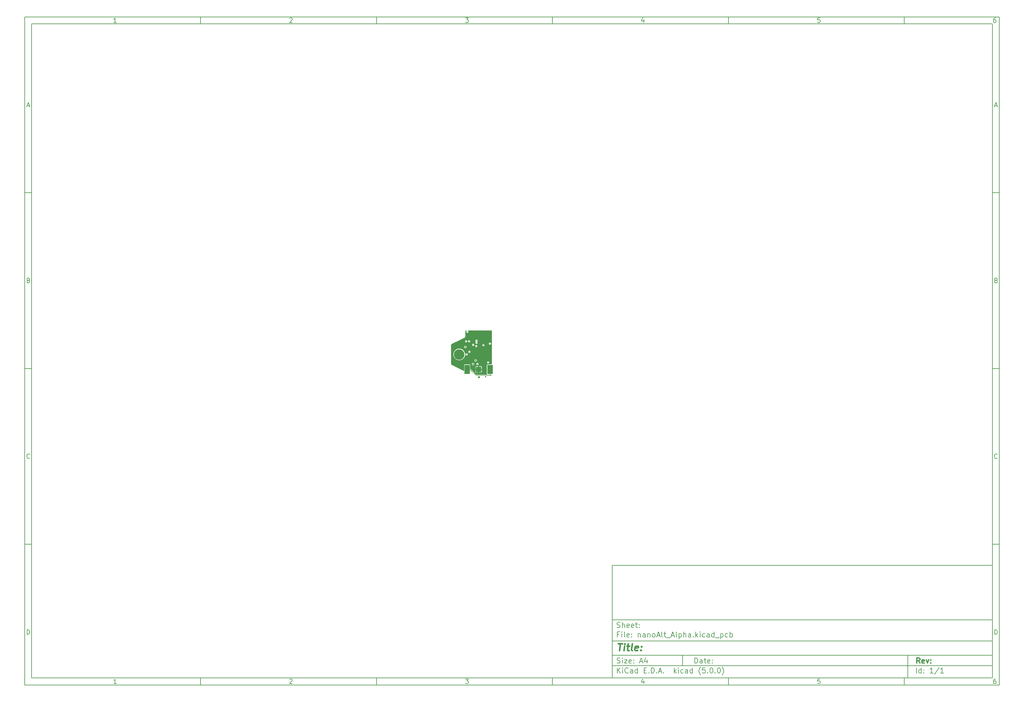
<source format=gbr>
G04 #@! TF.GenerationSoftware,KiCad,Pcbnew,(5.0.0)*
G04 #@! TF.CreationDate,2018-07-29T19:07:46+01:00*
G04 #@! TF.ProjectId,nanoAlt_Alpha,6E616E6F416C745F416C7068612E6B69,rev?*
G04 #@! TF.SameCoordinates,Original*
G04 #@! TF.FileFunction,Copper,L4,Bot,Signal*
G04 #@! TF.FilePolarity,Positive*
%FSLAX46Y46*%
G04 Gerber Fmt 4.6, Leading zero omitted, Abs format (unit mm)*
G04 Created by KiCad (PCBNEW (5.0.0)) date 07/29/18 19:07:46*
%MOMM*%
%LPD*%
G01*
G04 APERTURE LIST*
%ADD10C,0.100000*%
%ADD11C,0.150000*%
%ADD12C,0.300000*%
%ADD13C,0.400000*%
G04 #@! TA.AperFunction,ViaPad*
%ADD14C,0.600000*%
G04 #@! TD*
G04 #@! TA.AperFunction,ComponentPad*
%ADD15C,3.000000*%
G04 #@! TD*
G04 #@! TA.AperFunction,SMDPad,CuDef*
%ADD16R,1.500000X2.500000*%
G04 #@! TD*
G04 #@! TA.AperFunction,SMDPad,CuDef*
%ADD17R,1.500000X1.500000*%
G04 #@! TD*
G04 #@! TA.AperFunction,ViaPad*
%ADD18C,0.330200*%
G04 #@! TD*
G04 #@! TA.AperFunction,ViaPad*
%ADD19C,0.400000*%
G04 #@! TD*
G04 #@! TA.AperFunction,ViaPad*
%ADD20C,0.355600*%
G04 #@! TD*
G04 #@! TA.AperFunction,Conductor*
%ADD21C,0.127000*%
G04 #@! TD*
G04 APERTURE END LIST*
D10*
D11*
X177002200Y-166007200D02*
X177002200Y-198007200D01*
X285002200Y-198007200D01*
X285002200Y-166007200D01*
X177002200Y-166007200D01*
D10*
D11*
X10000000Y-10000000D02*
X10000000Y-200007200D01*
X287002200Y-200007200D01*
X287002200Y-10000000D01*
X10000000Y-10000000D01*
D10*
D11*
X12000000Y-12000000D02*
X12000000Y-198007200D01*
X285002200Y-198007200D01*
X285002200Y-12000000D01*
X12000000Y-12000000D01*
D10*
D11*
X60000000Y-12000000D02*
X60000000Y-10000000D01*
D10*
D11*
X110000000Y-12000000D02*
X110000000Y-10000000D01*
D10*
D11*
X160000000Y-12000000D02*
X160000000Y-10000000D01*
D10*
D11*
X210000000Y-12000000D02*
X210000000Y-10000000D01*
D10*
D11*
X260000000Y-12000000D02*
X260000000Y-10000000D01*
D10*
D11*
X36065476Y-11588095D02*
X35322619Y-11588095D01*
X35694047Y-11588095D02*
X35694047Y-10288095D01*
X35570238Y-10473809D01*
X35446428Y-10597619D01*
X35322619Y-10659523D01*
D10*
D11*
X85322619Y-10411904D02*
X85384523Y-10350000D01*
X85508333Y-10288095D01*
X85817857Y-10288095D01*
X85941666Y-10350000D01*
X86003571Y-10411904D01*
X86065476Y-10535714D01*
X86065476Y-10659523D01*
X86003571Y-10845238D01*
X85260714Y-11588095D01*
X86065476Y-11588095D01*
D10*
D11*
X135260714Y-10288095D02*
X136065476Y-10288095D01*
X135632142Y-10783333D01*
X135817857Y-10783333D01*
X135941666Y-10845238D01*
X136003571Y-10907142D01*
X136065476Y-11030952D01*
X136065476Y-11340476D01*
X136003571Y-11464285D01*
X135941666Y-11526190D01*
X135817857Y-11588095D01*
X135446428Y-11588095D01*
X135322619Y-11526190D01*
X135260714Y-11464285D01*
D10*
D11*
X185941666Y-10721428D02*
X185941666Y-11588095D01*
X185632142Y-10226190D02*
X185322619Y-11154761D01*
X186127380Y-11154761D01*
D10*
D11*
X236003571Y-10288095D02*
X235384523Y-10288095D01*
X235322619Y-10907142D01*
X235384523Y-10845238D01*
X235508333Y-10783333D01*
X235817857Y-10783333D01*
X235941666Y-10845238D01*
X236003571Y-10907142D01*
X236065476Y-11030952D01*
X236065476Y-11340476D01*
X236003571Y-11464285D01*
X235941666Y-11526190D01*
X235817857Y-11588095D01*
X235508333Y-11588095D01*
X235384523Y-11526190D01*
X235322619Y-11464285D01*
D10*
D11*
X285941666Y-10288095D02*
X285694047Y-10288095D01*
X285570238Y-10350000D01*
X285508333Y-10411904D01*
X285384523Y-10597619D01*
X285322619Y-10845238D01*
X285322619Y-11340476D01*
X285384523Y-11464285D01*
X285446428Y-11526190D01*
X285570238Y-11588095D01*
X285817857Y-11588095D01*
X285941666Y-11526190D01*
X286003571Y-11464285D01*
X286065476Y-11340476D01*
X286065476Y-11030952D01*
X286003571Y-10907142D01*
X285941666Y-10845238D01*
X285817857Y-10783333D01*
X285570238Y-10783333D01*
X285446428Y-10845238D01*
X285384523Y-10907142D01*
X285322619Y-11030952D01*
D10*
D11*
X60000000Y-198007200D02*
X60000000Y-200007200D01*
D10*
D11*
X110000000Y-198007200D02*
X110000000Y-200007200D01*
D10*
D11*
X160000000Y-198007200D02*
X160000000Y-200007200D01*
D10*
D11*
X210000000Y-198007200D02*
X210000000Y-200007200D01*
D10*
D11*
X260000000Y-198007200D02*
X260000000Y-200007200D01*
D10*
D11*
X36065476Y-199595295D02*
X35322619Y-199595295D01*
X35694047Y-199595295D02*
X35694047Y-198295295D01*
X35570238Y-198481009D01*
X35446428Y-198604819D01*
X35322619Y-198666723D01*
D10*
D11*
X85322619Y-198419104D02*
X85384523Y-198357200D01*
X85508333Y-198295295D01*
X85817857Y-198295295D01*
X85941666Y-198357200D01*
X86003571Y-198419104D01*
X86065476Y-198542914D01*
X86065476Y-198666723D01*
X86003571Y-198852438D01*
X85260714Y-199595295D01*
X86065476Y-199595295D01*
D10*
D11*
X135260714Y-198295295D02*
X136065476Y-198295295D01*
X135632142Y-198790533D01*
X135817857Y-198790533D01*
X135941666Y-198852438D01*
X136003571Y-198914342D01*
X136065476Y-199038152D01*
X136065476Y-199347676D01*
X136003571Y-199471485D01*
X135941666Y-199533390D01*
X135817857Y-199595295D01*
X135446428Y-199595295D01*
X135322619Y-199533390D01*
X135260714Y-199471485D01*
D10*
D11*
X185941666Y-198728628D02*
X185941666Y-199595295D01*
X185632142Y-198233390D02*
X185322619Y-199161961D01*
X186127380Y-199161961D01*
D10*
D11*
X236003571Y-198295295D02*
X235384523Y-198295295D01*
X235322619Y-198914342D01*
X235384523Y-198852438D01*
X235508333Y-198790533D01*
X235817857Y-198790533D01*
X235941666Y-198852438D01*
X236003571Y-198914342D01*
X236065476Y-199038152D01*
X236065476Y-199347676D01*
X236003571Y-199471485D01*
X235941666Y-199533390D01*
X235817857Y-199595295D01*
X235508333Y-199595295D01*
X235384523Y-199533390D01*
X235322619Y-199471485D01*
D10*
D11*
X285941666Y-198295295D02*
X285694047Y-198295295D01*
X285570238Y-198357200D01*
X285508333Y-198419104D01*
X285384523Y-198604819D01*
X285322619Y-198852438D01*
X285322619Y-199347676D01*
X285384523Y-199471485D01*
X285446428Y-199533390D01*
X285570238Y-199595295D01*
X285817857Y-199595295D01*
X285941666Y-199533390D01*
X286003571Y-199471485D01*
X286065476Y-199347676D01*
X286065476Y-199038152D01*
X286003571Y-198914342D01*
X285941666Y-198852438D01*
X285817857Y-198790533D01*
X285570238Y-198790533D01*
X285446428Y-198852438D01*
X285384523Y-198914342D01*
X285322619Y-199038152D01*
D10*
D11*
X10000000Y-60000000D02*
X12000000Y-60000000D01*
D10*
D11*
X10000000Y-110000000D02*
X12000000Y-110000000D01*
D10*
D11*
X10000000Y-160000000D02*
X12000000Y-160000000D01*
D10*
D11*
X10690476Y-35216666D02*
X11309523Y-35216666D01*
X10566666Y-35588095D02*
X11000000Y-34288095D01*
X11433333Y-35588095D01*
D10*
D11*
X11092857Y-84907142D02*
X11278571Y-84969047D01*
X11340476Y-85030952D01*
X11402380Y-85154761D01*
X11402380Y-85340476D01*
X11340476Y-85464285D01*
X11278571Y-85526190D01*
X11154761Y-85588095D01*
X10659523Y-85588095D01*
X10659523Y-84288095D01*
X11092857Y-84288095D01*
X11216666Y-84350000D01*
X11278571Y-84411904D01*
X11340476Y-84535714D01*
X11340476Y-84659523D01*
X11278571Y-84783333D01*
X11216666Y-84845238D01*
X11092857Y-84907142D01*
X10659523Y-84907142D01*
D10*
D11*
X11402380Y-135464285D02*
X11340476Y-135526190D01*
X11154761Y-135588095D01*
X11030952Y-135588095D01*
X10845238Y-135526190D01*
X10721428Y-135402380D01*
X10659523Y-135278571D01*
X10597619Y-135030952D01*
X10597619Y-134845238D01*
X10659523Y-134597619D01*
X10721428Y-134473809D01*
X10845238Y-134350000D01*
X11030952Y-134288095D01*
X11154761Y-134288095D01*
X11340476Y-134350000D01*
X11402380Y-134411904D01*
D10*
D11*
X10659523Y-185588095D02*
X10659523Y-184288095D01*
X10969047Y-184288095D01*
X11154761Y-184350000D01*
X11278571Y-184473809D01*
X11340476Y-184597619D01*
X11402380Y-184845238D01*
X11402380Y-185030952D01*
X11340476Y-185278571D01*
X11278571Y-185402380D01*
X11154761Y-185526190D01*
X10969047Y-185588095D01*
X10659523Y-185588095D01*
D10*
D11*
X287002200Y-60000000D02*
X285002200Y-60000000D01*
D10*
D11*
X287002200Y-110000000D02*
X285002200Y-110000000D01*
D10*
D11*
X287002200Y-160000000D02*
X285002200Y-160000000D01*
D10*
D11*
X285692676Y-35216666D02*
X286311723Y-35216666D01*
X285568866Y-35588095D02*
X286002200Y-34288095D01*
X286435533Y-35588095D01*
D10*
D11*
X286095057Y-84907142D02*
X286280771Y-84969047D01*
X286342676Y-85030952D01*
X286404580Y-85154761D01*
X286404580Y-85340476D01*
X286342676Y-85464285D01*
X286280771Y-85526190D01*
X286156961Y-85588095D01*
X285661723Y-85588095D01*
X285661723Y-84288095D01*
X286095057Y-84288095D01*
X286218866Y-84350000D01*
X286280771Y-84411904D01*
X286342676Y-84535714D01*
X286342676Y-84659523D01*
X286280771Y-84783333D01*
X286218866Y-84845238D01*
X286095057Y-84907142D01*
X285661723Y-84907142D01*
D10*
D11*
X286404580Y-135464285D02*
X286342676Y-135526190D01*
X286156961Y-135588095D01*
X286033152Y-135588095D01*
X285847438Y-135526190D01*
X285723628Y-135402380D01*
X285661723Y-135278571D01*
X285599819Y-135030952D01*
X285599819Y-134845238D01*
X285661723Y-134597619D01*
X285723628Y-134473809D01*
X285847438Y-134350000D01*
X286033152Y-134288095D01*
X286156961Y-134288095D01*
X286342676Y-134350000D01*
X286404580Y-134411904D01*
D10*
D11*
X285661723Y-185588095D02*
X285661723Y-184288095D01*
X285971247Y-184288095D01*
X286156961Y-184350000D01*
X286280771Y-184473809D01*
X286342676Y-184597619D01*
X286404580Y-184845238D01*
X286404580Y-185030952D01*
X286342676Y-185278571D01*
X286280771Y-185402380D01*
X286156961Y-185526190D01*
X285971247Y-185588095D01*
X285661723Y-185588095D01*
D10*
D11*
X200434342Y-193785771D02*
X200434342Y-192285771D01*
X200791485Y-192285771D01*
X201005771Y-192357200D01*
X201148628Y-192500057D01*
X201220057Y-192642914D01*
X201291485Y-192928628D01*
X201291485Y-193142914D01*
X201220057Y-193428628D01*
X201148628Y-193571485D01*
X201005771Y-193714342D01*
X200791485Y-193785771D01*
X200434342Y-193785771D01*
X202577200Y-193785771D02*
X202577200Y-193000057D01*
X202505771Y-192857200D01*
X202362914Y-192785771D01*
X202077200Y-192785771D01*
X201934342Y-192857200D01*
X202577200Y-193714342D02*
X202434342Y-193785771D01*
X202077200Y-193785771D01*
X201934342Y-193714342D01*
X201862914Y-193571485D01*
X201862914Y-193428628D01*
X201934342Y-193285771D01*
X202077200Y-193214342D01*
X202434342Y-193214342D01*
X202577200Y-193142914D01*
X203077200Y-192785771D02*
X203648628Y-192785771D01*
X203291485Y-192285771D02*
X203291485Y-193571485D01*
X203362914Y-193714342D01*
X203505771Y-193785771D01*
X203648628Y-193785771D01*
X204720057Y-193714342D02*
X204577200Y-193785771D01*
X204291485Y-193785771D01*
X204148628Y-193714342D01*
X204077200Y-193571485D01*
X204077200Y-193000057D01*
X204148628Y-192857200D01*
X204291485Y-192785771D01*
X204577200Y-192785771D01*
X204720057Y-192857200D01*
X204791485Y-193000057D01*
X204791485Y-193142914D01*
X204077200Y-193285771D01*
X205434342Y-193642914D02*
X205505771Y-193714342D01*
X205434342Y-193785771D01*
X205362914Y-193714342D01*
X205434342Y-193642914D01*
X205434342Y-193785771D01*
X205434342Y-192857200D02*
X205505771Y-192928628D01*
X205434342Y-193000057D01*
X205362914Y-192928628D01*
X205434342Y-192857200D01*
X205434342Y-193000057D01*
D10*
D11*
X177002200Y-194507200D02*
X285002200Y-194507200D01*
D10*
D11*
X178434342Y-196585771D02*
X178434342Y-195085771D01*
X179291485Y-196585771D02*
X178648628Y-195728628D01*
X179291485Y-195085771D02*
X178434342Y-195942914D01*
X179934342Y-196585771D02*
X179934342Y-195585771D01*
X179934342Y-195085771D02*
X179862914Y-195157200D01*
X179934342Y-195228628D01*
X180005771Y-195157200D01*
X179934342Y-195085771D01*
X179934342Y-195228628D01*
X181505771Y-196442914D02*
X181434342Y-196514342D01*
X181220057Y-196585771D01*
X181077200Y-196585771D01*
X180862914Y-196514342D01*
X180720057Y-196371485D01*
X180648628Y-196228628D01*
X180577200Y-195942914D01*
X180577200Y-195728628D01*
X180648628Y-195442914D01*
X180720057Y-195300057D01*
X180862914Y-195157200D01*
X181077200Y-195085771D01*
X181220057Y-195085771D01*
X181434342Y-195157200D01*
X181505771Y-195228628D01*
X182791485Y-196585771D02*
X182791485Y-195800057D01*
X182720057Y-195657200D01*
X182577200Y-195585771D01*
X182291485Y-195585771D01*
X182148628Y-195657200D01*
X182791485Y-196514342D02*
X182648628Y-196585771D01*
X182291485Y-196585771D01*
X182148628Y-196514342D01*
X182077200Y-196371485D01*
X182077200Y-196228628D01*
X182148628Y-196085771D01*
X182291485Y-196014342D01*
X182648628Y-196014342D01*
X182791485Y-195942914D01*
X184148628Y-196585771D02*
X184148628Y-195085771D01*
X184148628Y-196514342D02*
X184005771Y-196585771D01*
X183720057Y-196585771D01*
X183577200Y-196514342D01*
X183505771Y-196442914D01*
X183434342Y-196300057D01*
X183434342Y-195871485D01*
X183505771Y-195728628D01*
X183577200Y-195657200D01*
X183720057Y-195585771D01*
X184005771Y-195585771D01*
X184148628Y-195657200D01*
X186005771Y-195800057D02*
X186505771Y-195800057D01*
X186720057Y-196585771D02*
X186005771Y-196585771D01*
X186005771Y-195085771D01*
X186720057Y-195085771D01*
X187362914Y-196442914D02*
X187434342Y-196514342D01*
X187362914Y-196585771D01*
X187291485Y-196514342D01*
X187362914Y-196442914D01*
X187362914Y-196585771D01*
X188077200Y-196585771D02*
X188077200Y-195085771D01*
X188434342Y-195085771D01*
X188648628Y-195157200D01*
X188791485Y-195300057D01*
X188862914Y-195442914D01*
X188934342Y-195728628D01*
X188934342Y-195942914D01*
X188862914Y-196228628D01*
X188791485Y-196371485D01*
X188648628Y-196514342D01*
X188434342Y-196585771D01*
X188077200Y-196585771D01*
X189577200Y-196442914D02*
X189648628Y-196514342D01*
X189577200Y-196585771D01*
X189505771Y-196514342D01*
X189577200Y-196442914D01*
X189577200Y-196585771D01*
X190220057Y-196157200D02*
X190934342Y-196157200D01*
X190077200Y-196585771D02*
X190577200Y-195085771D01*
X191077200Y-196585771D01*
X191577200Y-196442914D02*
X191648628Y-196514342D01*
X191577200Y-196585771D01*
X191505771Y-196514342D01*
X191577200Y-196442914D01*
X191577200Y-196585771D01*
X194577200Y-196585771D02*
X194577200Y-195085771D01*
X194720057Y-196014342D02*
X195148628Y-196585771D01*
X195148628Y-195585771D02*
X194577200Y-196157200D01*
X195791485Y-196585771D02*
X195791485Y-195585771D01*
X195791485Y-195085771D02*
X195720057Y-195157200D01*
X195791485Y-195228628D01*
X195862914Y-195157200D01*
X195791485Y-195085771D01*
X195791485Y-195228628D01*
X197148628Y-196514342D02*
X197005771Y-196585771D01*
X196720057Y-196585771D01*
X196577200Y-196514342D01*
X196505771Y-196442914D01*
X196434342Y-196300057D01*
X196434342Y-195871485D01*
X196505771Y-195728628D01*
X196577200Y-195657200D01*
X196720057Y-195585771D01*
X197005771Y-195585771D01*
X197148628Y-195657200D01*
X198434342Y-196585771D02*
X198434342Y-195800057D01*
X198362914Y-195657200D01*
X198220057Y-195585771D01*
X197934342Y-195585771D01*
X197791485Y-195657200D01*
X198434342Y-196514342D02*
X198291485Y-196585771D01*
X197934342Y-196585771D01*
X197791485Y-196514342D01*
X197720057Y-196371485D01*
X197720057Y-196228628D01*
X197791485Y-196085771D01*
X197934342Y-196014342D01*
X198291485Y-196014342D01*
X198434342Y-195942914D01*
X199791485Y-196585771D02*
X199791485Y-195085771D01*
X199791485Y-196514342D02*
X199648628Y-196585771D01*
X199362914Y-196585771D01*
X199220057Y-196514342D01*
X199148628Y-196442914D01*
X199077200Y-196300057D01*
X199077200Y-195871485D01*
X199148628Y-195728628D01*
X199220057Y-195657200D01*
X199362914Y-195585771D01*
X199648628Y-195585771D01*
X199791485Y-195657200D01*
X202077200Y-197157200D02*
X202005771Y-197085771D01*
X201862914Y-196871485D01*
X201791485Y-196728628D01*
X201720057Y-196514342D01*
X201648628Y-196157200D01*
X201648628Y-195871485D01*
X201720057Y-195514342D01*
X201791485Y-195300057D01*
X201862914Y-195157200D01*
X202005771Y-194942914D01*
X202077200Y-194871485D01*
X203362914Y-195085771D02*
X202648628Y-195085771D01*
X202577200Y-195800057D01*
X202648628Y-195728628D01*
X202791485Y-195657200D01*
X203148628Y-195657200D01*
X203291485Y-195728628D01*
X203362914Y-195800057D01*
X203434342Y-195942914D01*
X203434342Y-196300057D01*
X203362914Y-196442914D01*
X203291485Y-196514342D01*
X203148628Y-196585771D01*
X202791485Y-196585771D01*
X202648628Y-196514342D01*
X202577200Y-196442914D01*
X204077200Y-196442914D02*
X204148628Y-196514342D01*
X204077200Y-196585771D01*
X204005771Y-196514342D01*
X204077200Y-196442914D01*
X204077200Y-196585771D01*
X205077200Y-195085771D02*
X205220057Y-195085771D01*
X205362914Y-195157200D01*
X205434342Y-195228628D01*
X205505771Y-195371485D01*
X205577200Y-195657200D01*
X205577200Y-196014342D01*
X205505771Y-196300057D01*
X205434342Y-196442914D01*
X205362914Y-196514342D01*
X205220057Y-196585771D01*
X205077200Y-196585771D01*
X204934342Y-196514342D01*
X204862914Y-196442914D01*
X204791485Y-196300057D01*
X204720057Y-196014342D01*
X204720057Y-195657200D01*
X204791485Y-195371485D01*
X204862914Y-195228628D01*
X204934342Y-195157200D01*
X205077200Y-195085771D01*
X206220057Y-196442914D02*
X206291485Y-196514342D01*
X206220057Y-196585771D01*
X206148628Y-196514342D01*
X206220057Y-196442914D01*
X206220057Y-196585771D01*
X207220057Y-195085771D02*
X207362914Y-195085771D01*
X207505771Y-195157200D01*
X207577200Y-195228628D01*
X207648628Y-195371485D01*
X207720057Y-195657200D01*
X207720057Y-196014342D01*
X207648628Y-196300057D01*
X207577200Y-196442914D01*
X207505771Y-196514342D01*
X207362914Y-196585771D01*
X207220057Y-196585771D01*
X207077200Y-196514342D01*
X207005771Y-196442914D01*
X206934342Y-196300057D01*
X206862914Y-196014342D01*
X206862914Y-195657200D01*
X206934342Y-195371485D01*
X207005771Y-195228628D01*
X207077200Y-195157200D01*
X207220057Y-195085771D01*
X208220057Y-197157200D02*
X208291485Y-197085771D01*
X208434342Y-196871485D01*
X208505771Y-196728628D01*
X208577200Y-196514342D01*
X208648628Y-196157200D01*
X208648628Y-195871485D01*
X208577200Y-195514342D01*
X208505771Y-195300057D01*
X208434342Y-195157200D01*
X208291485Y-194942914D01*
X208220057Y-194871485D01*
D10*
D11*
X177002200Y-191507200D02*
X285002200Y-191507200D01*
D10*
D12*
X264411485Y-193785771D02*
X263911485Y-193071485D01*
X263554342Y-193785771D02*
X263554342Y-192285771D01*
X264125771Y-192285771D01*
X264268628Y-192357200D01*
X264340057Y-192428628D01*
X264411485Y-192571485D01*
X264411485Y-192785771D01*
X264340057Y-192928628D01*
X264268628Y-193000057D01*
X264125771Y-193071485D01*
X263554342Y-193071485D01*
X265625771Y-193714342D02*
X265482914Y-193785771D01*
X265197200Y-193785771D01*
X265054342Y-193714342D01*
X264982914Y-193571485D01*
X264982914Y-193000057D01*
X265054342Y-192857200D01*
X265197200Y-192785771D01*
X265482914Y-192785771D01*
X265625771Y-192857200D01*
X265697200Y-193000057D01*
X265697200Y-193142914D01*
X264982914Y-193285771D01*
X266197200Y-192785771D02*
X266554342Y-193785771D01*
X266911485Y-192785771D01*
X267482914Y-193642914D02*
X267554342Y-193714342D01*
X267482914Y-193785771D01*
X267411485Y-193714342D01*
X267482914Y-193642914D01*
X267482914Y-193785771D01*
X267482914Y-192857200D02*
X267554342Y-192928628D01*
X267482914Y-193000057D01*
X267411485Y-192928628D01*
X267482914Y-192857200D01*
X267482914Y-193000057D01*
D10*
D11*
X178362914Y-193714342D02*
X178577200Y-193785771D01*
X178934342Y-193785771D01*
X179077200Y-193714342D01*
X179148628Y-193642914D01*
X179220057Y-193500057D01*
X179220057Y-193357200D01*
X179148628Y-193214342D01*
X179077200Y-193142914D01*
X178934342Y-193071485D01*
X178648628Y-193000057D01*
X178505771Y-192928628D01*
X178434342Y-192857200D01*
X178362914Y-192714342D01*
X178362914Y-192571485D01*
X178434342Y-192428628D01*
X178505771Y-192357200D01*
X178648628Y-192285771D01*
X179005771Y-192285771D01*
X179220057Y-192357200D01*
X179862914Y-193785771D02*
X179862914Y-192785771D01*
X179862914Y-192285771D02*
X179791485Y-192357200D01*
X179862914Y-192428628D01*
X179934342Y-192357200D01*
X179862914Y-192285771D01*
X179862914Y-192428628D01*
X180434342Y-192785771D02*
X181220057Y-192785771D01*
X180434342Y-193785771D01*
X181220057Y-193785771D01*
X182362914Y-193714342D02*
X182220057Y-193785771D01*
X181934342Y-193785771D01*
X181791485Y-193714342D01*
X181720057Y-193571485D01*
X181720057Y-193000057D01*
X181791485Y-192857200D01*
X181934342Y-192785771D01*
X182220057Y-192785771D01*
X182362914Y-192857200D01*
X182434342Y-193000057D01*
X182434342Y-193142914D01*
X181720057Y-193285771D01*
X183077200Y-193642914D02*
X183148628Y-193714342D01*
X183077200Y-193785771D01*
X183005771Y-193714342D01*
X183077200Y-193642914D01*
X183077200Y-193785771D01*
X183077200Y-192857200D02*
X183148628Y-192928628D01*
X183077200Y-193000057D01*
X183005771Y-192928628D01*
X183077200Y-192857200D01*
X183077200Y-193000057D01*
X184862914Y-193357200D02*
X185577200Y-193357200D01*
X184720057Y-193785771D02*
X185220057Y-192285771D01*
X185720057Y-193785771D01*
X186862914Y-192785771D02*
X186862914Y-193785771D01*
X186505771Y-192214342D02*
X186148628Y-193285771D01*
X187077200Y-193285771D01*
D10*
D11*
X263434342Y-196585771D02*
X263434342Y-195085771D01*
X264791485Y-196585771D02*
X264791485Y-195085771D01*
X264791485Y-196514342D02*
X264648628Y-196585771D01*
X264362914Y-196585771D01*
X264220057Y-196514342D01*
X264148628Y-196442914D01*
X264077200Y-196300057D01*
X264077200Y-195871485D01*
X264148628Y-195728628D01*
X264220057Y-195657200D01*
X264362914Y-195585771D01*
X264648628Y-195585771D01*
X264791485Y-195657200D01*
X265505771Y-196442914D02*
X265577200Y-196514342D01*
X265505771Y-196585771D01*
X265434342Y-196514342D01*
X265505771Y-196442914D01*
X265505771Y-196585771D01*
X265505771Y-195657200D02*
X265577200Y-195728628D01*
X265505771Y-195800057D01*
X265434342Y-195728628D01*
X265505771Y-195657200D01*
X265505771Y-195800057D01*
X268148628Y-196585771D02*
X267291485Y-196585771D01*
X267720057Y-196585771D02*
X267720057Y-195085771D01*
X267577200Y-195300057D01*
X267434342Y-195442914D01*
X267291485Y-195514342D01*
X269862914Y-195014342D02*
X268577200Y-196942914D01*
X271148628Y-196585771D02*
X270291485Y-196585771D01*
X270720057Y-196585771D02*
X270720057Y-195085771D01*
X270577200Y-195300057D01*
X270434342Y-195442914D01*
X270291485Y-195514342D01*
D10*
D11*
X177002200Y-187507200D02*
X285002200Y-187507200D01*
D10*
D13*
X178714580Y-188211961D02*
X179857438Y-188211961D01*
X179036009Y-190211961D02*
X179286009Y-188211961D01*
X180274104Y-190211961D02*
X180440771Y-188878628D01*
X180524104Y-188211961D02*
X180416961Y-188307200D01*
X180500295Y-188402438D01*
X180607438Y-188307200D01*
X180524104Y-188211961D01*
X180500295Y-188402438D01*
X181107438Y-188878628D02*
X181869342Y-188878628D01*
X181476485Y-188211961D02*
X181262200Y-189926247D01*
X181333628Y-190116723D01*
X181512200Y-190211961D01*
X181702676Y-190211961D01*
X182655057Y-190211961D02*
X182476485Y-190116723D01*
X182405057Y-189926247D01*
X182619342Y-188211961D01*
X184190771Y-190116723D02*
X183988390Y-190211961D01*
X183607438Y-190211961D01*
X183428866Y-190116723D01*
X183357438Y-189926247D01*
X183452676Y-189164342D01*
X183571723Y-188973866D01*
X183774104Y-188878628D01*
X184155057Y-188878628D01*
X184333628Y-188973866D01*
X184405057Y-189164342D01*
X184381247Y-189354819D01*
X183405057Y-189545295D01*
X185155057Y-190021485D02*
X185238390Y-190116723D01*
X185131247Y-190211961D01*
X185047914Y-190116723D01*
X185155057Y-190021485D01*
X185131247Y-190211961D01*
X185286009Y-188973866D02*
X185369342Y-189069104D01*
X185262200Y-189164342D01*
X185178866Y-189069104D01*
X185286009Y-188973866D01*
X185262200Y-189164342D01*
D10*
D11*
X178934342Y-185600057D02*
X178434342Y-185600057D01*
X178434342Y-186385771D02*
X178434342Y-184885771D01*
X179148628Y-184885771D01*
X179720057Y-186385771D02*
X179720057Y-185385771D01*
X179720057Y-184885771D02*
X179648628Y-184957200D01*
X179720057Y-185028628D01*
X179791485Y-184957200D01*
X179720057Y-184885771D01*
X179720057Y-185028628D01*
X180648628Y-186385771D02*
X180505771Y-186314342D01*
X180434342Y-186171485D01*
X180434342Y-184885771D01*
X181791485Y-186314342D02*
X181648628Y-186385771D01*
X181362914Y-186385771D01*
X181220057Y-186314342D01*
X181148628Y-186171485D01*
X181148628Y-185600057D01*
X181220057Y-185457200D01*
X181362914Y-185385771D01*
X181648628Y-185385771D01*
X181791485Y-185457200D01*
X181862914Y-185600057D01*
X181862914Y-185742914D01*
X181148628Y-185885771D01*
X182505771Y-186242914D02*
X182577200Y-186314342D01*
X182505771Y-186385771D01*
X182434342Y-186314342D01*
X182505771Y-186242914D01*
X182505771Y-186385771D01*
X182505771Y-185457200D02*
X182577200Y-185528628D01*
X182505771Y-185600057D01*
X182434342Y-185528628D01*
X182505771Y-185457200D01*
X182505771Y-185600057D01*
X184362914Y-185385771D02*
X184362914Y-186385771D01*
X184362914Y-185528628D02*
X184434342Y-185457200D01*
X184577200Y-185385771D01*
X184791485Y-185385771D01*
X184934342Y-185457200D01*
X185005771Y-185600057D01*
X185005771Y-186385771D01*
X186362914Y-186385771D02*
X186362914Y-185600057D01*
X186291485Y-185457200D01*
X186148628Y-185385771D01*
X185862914Y-185385771D01*
X185720057Y-185457200D01*
X186362914Y-186314342D02*
X186220057Y-186385771D01*
X185862914Y-186385771D01*
X185720057Y-186314342D01*
X185648628Y-186171485D01*
X185648628Y-186028628D01*
X185720057Y-185885771D01*
X185862914Y-185814342D01*
X186220057Y-185814342D01*
X186362914Y-185742914D01*
X187077200Y-185385771D02*
X187077200Y-186385771D01*
X187077200Y-185528628D02*
X187148628Y-185457200D01*
X187291485Y-185385771D01*
X187505771Y-185385771D01*
X187648628Y-185457200D01*
X187720057Y-185600057D01*
X187720057Y-186385771D01*
X188648628Y-186385771D02*
X188505771Y-186314342D01*
X188434342Y-186242914D01*
X188362914Y-186100057D01*
X188362914Y-185671485D01*
X188434342Y-185528628D01*
X188505771Y-185457200D01*
X188648628Y-185385771D01*
X188862914Y-185385771D01*
X189005771Y-185457200D01*
X189077200Y-185528628D01*
X189148628Y-185671485D01*
X189148628Y-186100057D01*
X189077200Y-186242914D01*
X189005771Y-186314342D01*
X188862914Y-186385771D01*
X188648628Y-186385771D01*
X189720057Y-185957200D02*
X190434342Y-185957200D01*
X189577200Y-186385771D02*
X190077200Y-184885771D01*
X190577200Y-186385771D01*
X191291485Y-186385771D02*
X191148628Y-186314342D01*
X191077200Y-186171485D01*
X191077200Y-184885771D01*
X191648628Y-185385771D02*
X192220057Y-185385771D01*
X191862914Y-184885771D02*
X191862914Y-186171485D01*
X191934342Y-186314342D01*
X192077200Y-186385771D01*
X192220057Y-186385771D01*
X192362914Y-186528628D02*
X193505771Y-186528628D01*
X193791485Y-185957200D02*
X194505771Y-185957200D01*
X193648628Y-186385771D02*
X194148628Y-184885771D01*
X194648628Y-186385771D01*
X195362914Y-186385771D02*
X195220057Y-186314342D01*
X195148628Y-186171485D01*
X195148628Y-184885771D01*
X195934342Y-185385771D02*
X195934342Y-186885771D01*
X195934342Y-185457200D02*
X196077200Y-185385771D01*
X196362914Y-185385771D01*
X196505771Y-185457200D01*
X196577200Y-185528628D01*
X196648628Y-185671485D01*
X196648628Y-186100057D01*
X196577200Y-186242914D01*
X196505771Y-186314342D01*
X196362914Y-186385771D01*
X196077200Y-186385771D01*
X195934342Y-186314342D01*
X197291485Y-186385771D02*
X197291485Y-184885771D01*
X197934342Y-186385771D02*
X197934342Y-185600057D01*
X197862914Y-185457200D01*
X197720057Y-185385771D01*
X197505771Y-185385771D01*
X197362914Y-185457200D01*
X197291485Y-185528628D01*
X199291485Y-186385771D02*
X199291485Y-185600057D01*
X199220057Y-185457200D01*
X199077200Y-185385771D01*
X198791485Y-185385771D01*
X198648628Y-185457200D01*
X199291485Y-186314342D02*
X199148628Y-186385771D01*
X198791485Y-186385771D01*
X198648628Y-186314342D01*
X198577200Y-186171485D01*
X198577200Y-186028628D01*
X198648628Y-185885771D01*
X198791485Y-185814342D01*
X199148628Y-185814342D01*
X199291485Y-185742914D01*
X200005771Y-186242914D02*
X200077200Y-186314342D01*
X200005771Y-186385771D01*
X199934342Y-186314342D01*
X200005771Y-186242914D01*
X200005771Y-186385771D01*
X200720057Y-186385771D02*
X200720057Y-184885771D01*
X200862914Y-185814342D02*
X201291485Y-186385771D01*
X201291485Y-185385771D02*
X200720057Y-185957200D01*
X201934342Y-186385771D02*
X201934342Y-185385771D01*
X201934342Y-184885771D02*
X201862914Y-184957200D01*
X201934342Y-185028628D01*
X202005771Y-184957200D01*
X201934342Y-184885771D01*
X201934342Y-185028628D01*
X203291485Y-186314342D02*
X203148628Y-186385771D01*
X202862914Y-186385771D01*
X202720057Y-186314342D01*
X202648628Y-186242914D01*
X202577200Y-186100057D01*
X202577200Y-185671485D01*
X202648628Y-185528628D01*
X202720057Y-185457200D01*
X202862914Y-185385771D01*
X203148628Y-185385771D01*
X203291485Y-185457200D01*
X204577200Y-186385771D02*
X204577200Y-185600057D01*
X204505771Y-185457200D01*
X204362914Y-185385771D01*
X204077200Y-185385771D01*
X203934342Y-185457200D01*
X204577200Y-186314342D02*
X204434342Y-186385771D01*
X204077200Y-186385771D01*
X203934342Y-186314342D01*
X203862914Y-186171485D01*
X203862914Y-186028628D01*
X203934342Y-185885771D01*
X204077200Y-185814342D01*
X204434342Y-185814342D01*
X204577200Y-185742914D01*
X205934342Y-186385771D02*
X205934342Y-184885771D01*
X205934342Y-186314342D02*
X205791485Y-186385771D01*
X205505771Y-186385771D01*
X205362914Y-186314342D01*
X205291485Y-186242914D01*
X205220057Y-186100057D01*
X205220057Y-185671485D01*
X205291485Y-185528628D01*
X205362914Y-185457200D01*
X205505771Y-185385771D01*
X205791485Y-185385771D01*
X205934342Y-185457200D01*
X206291485Y-186528628D02*
X207434342Y-186528628D01*
X207791485Y-185385771D02*
X207791485Y-186885771D01*
X207791485Y-185457200D02*
X207934342Y-185385771D01*
X208220057Y-185385771D01*
X208362914Y-185457200D01*
X208434342Y-185528628D01*
X208505771Y-185671485D01*
X208505771Y-186100057D01*
X208434342Y-186242914D01*
X208362914Y-186314342D01*
X208220057Y-186385771D01*
X207934342Y-186385771D01*
X207791485Y-186314342D01*
X209791485Y-186314342D02*
X209648628Y-186385771D01*
X209362914Y-186385771D01*
X209220057Y-186314342D01*
X209148628Y-186242914D01*
X209077200Y-186100057D01*
X209077200Y-185671485D01*
X209148628Y-185528628D01*
X209220057Y-185457200D01*
X209362914Y-185385771D01*
X209648628Y-185385771D01*
X209791485Y-185457200D01*
X210434342Y-186385771D02*
X210434342Y-184885771D01*
X210434342Y-185457200D02*
X210577200Y-185385771D01*
X210862914Y-185385771D01*
X211005771Y-185457200D01*
X211077200Y-185528628D01*
X211148628Y-185671485D01*
X211148628Y-186100057D01*
X211077200Y-186242914D01*
X211005771Y-186314342D01*
X210862914Y-186385771D01*
X210577200Y-186385771D01*
X210434342Y-186314342D01*
D10*
D11*
X177002200Y-181507200D02*
X285002200Y-181507200D01*
D10*
D11*
X178362914Y-183614342D02*
X178577200Y-183685771D01*
X178934342Y-183685771D01*
X179077200Y-183614342D01*
X179148628Y-183542914D01*
X179220057Y-183400057D01*
X179220057Y-183257200D01*
X179148628Y-183114342D01*
X179077200Y-183042914D01*
X178934342Y-182971485D01*
X178648628Y-182900057D01*
X178505771Y-182828628D01*
X178434342Y-182757200D01*
X178362914Y-182614342D01*
X178362914Y-182471485D01*
X178434342Y-182328628D01*
X178505771Y-182257200D01*
X178648628Y-182185771D01*
X179005771Y-182185771D01*
X179220057Y-182257200D01*
X179862914Y-183685771D02*
X179862914Y-182185771D01*
X180505771Y-183685771D02*
X180505771Y-182900057D01*
X180434342Y-182757200D01*
X180291485Y-182685771D01*
X180077200Y-182685771D01*
X179934342Y-182757200D01*
X179862914Y-182828628D01*
X181791485Y-183614342D02*
X181648628Y-183685771D01*
X181362914Y-183685771D01*
X181220057Y-183614342D01*
X181148628Y-183471485D01*
X181148628Y-182900057D01*
X181220057Y-182757200D01*
X181362914Y-182685771D01*
X181648628Y-182685771D01*
X181791485Y-182757200D01*
X181862914Y-182900057D01*
X181862914Y-183042914D01*
X181148628Y-183185771D01*
X183077200Y-183614342D02*
X182934342Y-183685771D01*
X182648628Y-183685771D01*
X182505771Y-183614342D01*
X182434342Y-183471485D01*
X182434342Y-182900057D01*
X182505771Y-182757200D01*
X182648628Y-182685771D01*
X182934342Y-182685771D01*
X183077200Y-182757200D01*
X183148628Y-182900057D01*
X183148628Y-183042914D01*
X182434342Y-183185771D01*
X183577200Y-182685771D02*
X184148628Y-182685771D01*
X183791485Y-182185771D02*
X183791485Y-183471485D01*
X183862914Y-183614342D01*
X184005771Y-183685771D01*
X184148628Y-183685771D01*
X184648628Y-183542914D02*
X184720057Y-183614342D01*
X184648628Y-183685771D01*
X184577200Y-183614342D01*
X184648628Y-183542914D01*
X184648628Y-183685771D01*
X184648628Y-182757200D02*
X184720057Y-182828628D01*
X184648628Y-182900057D01*
X184577200Y-182828628D01*
X184648628Y-182757200D01*
X184648628Y-182900057D01*
D10*
D11*
X197002200Y-191507200D02*
X197002200Y-194507200D01*
D10*
D11*
X261002200Y-191507200D02*
X261002200Y-198007200D01*
D14*
G04 #@! TO.N,GND*
G04 #@! TO.C,V\002A\002A*
X140550000Y-108100000D03*
G04 #@! TD*
G04 #@! TO.N,GND*
G04 #@! TO.C,V\002A\002A*
X141930000Y-103960000D03*
G04 #@! TD*
G04 #@! TO.N,GND*
G04 #@! TO.C,V\002A\002A*
X140770000Y-102560000D03*
G04 #@! TD*
G04 #@! TO.N,GND*
G04 #@! TO.C,V\002A\002A*
X137360000Y-107580000D03*
G04 #@! TD*
G04 #@! TO.N,GND*
G04 #@! TO.C,V\002A\002A*
X136120000Y-108180000D03*
G04 #@! TD*
G04 #@! TO.N,GND*
G04 #@! TO.C,V\002A\002A*
X142250000Y-99800000D03*
G04 #@! TD*
D15*
G04 #@! TO.P,INTEGRATE,1*
G04 #@! TO.N,N/C*
X133500000Y-106000000D03*
G04 #@! TD*
D16*
G04 #@! TO.P,BATT_3V,1*
G04 #@! TO.N,+BATT*
X142250000Y-110250000D03*
X135750000Y-110250000D03*
D17*
G04 #@! TO.P,BATT_3V,2*
G04 #@! TO.N,GND*
X139000000Y-110250000D03*
G04 #@! TD*
D18*
G04 #@! TO.N,GND*
X137580000Y-101810000D03*
X139807472Y-102058307D03*
G04 #@! TO.N,+BATT*
X142650000Y-111950000D03*
X136384920Y-105266090D03*
X142200000Y-102900000D03*
X135450002Y-102300000D03*
G04 #@! TO.N,/MOSI*
X137450000Y-103260000D03*
X138384852Y-102059705D03*
D19*
X140970000Y-112299999D03*
X138176000Y-107696000D03*
D20*
G04 #@! TO.N,/SCL*
X135250000Y-103850000D03*
D18*
X138658990Y-108740000D03*
X141700000Y-108270000D03*
X138340000Y-103640000D03*
D14*
G04 #@! TO.N,/RST*
X139150000Y-112500000D03*
D18*
X135820000Y-99540000D03*
D19*
X137414000Y-108712000D03*
D18*
G04 #@! TO.N,/MISO*
X135590000Y-105980000D03*
X138384852Y-102709705D03*
G04 #@! TO.N,Net-(R4-Pad2)*
X136331918Y-102268681D03*
X140370000Y-103350000D03*
G04 #@! TD*
D21*
G04 #@! TO.N,GND*
X140770000Y-102560000D02*
X140309165Y-102560000D01*
X140309165Y-102560000D02*
X139807472Y-102058307D01*
G04 #@! TO.N,+BATT*
X136627000Y-110250000D02*
X135750000Y-110250000D01*
X138261099Y-111884099D02*
X136627000Y-110250000D01*
X142184099Y-111884099D02*
X138261099Y-111884099D01*
X142250000Y-111950000D02*
X142184099Y-111884099D01*
X142250000Y-111627000D02*
X142250000Y-111950000D01*
X142250000Y-111627000D02*
X142250000Y-110250000D01*
X142650000Y-111950000D02*
X142250000Y-111950000D01*
G04 #@! TD*
G04 #@! TO.N,GND*
G36*
X135497004Y-99324181D02*
X135439000Y-99464214D01*
X135439000Y-99615786D01*
X135497004Y-99755819D01*
X135604181Y-99862996D01*
X135744214Y-99921000D01*
X135895786Y-99921000D01*
X136035819Y-99862996D01*
X136142996Y-99755819D01*
X136201000Y-99615786D01*
X136201000Y-99464214D01*
X136142996Y-99324181D01*
X136109715Y-99290900D01*
X142709101Y-99290900D01*
X142709100Y-108779871D01*
X141500000Y-108779871D01*
X141415760Y-108796627D01*
X141344345Y-108844345D01*
X141296627Y-108915760D01*
X141279871Y-109000000D01*
X141279871Y-111500000D01*
X141296627Y-111584240D01*
X141310297Y-111604699D01*
X138376830Y-111604699D01*
X137141506Y-110369375D01*
X138026500Y-110369375D01*
X138026500Y-111044457D01*
X138060526Y-111126603D01*
X138123397Y-111189474D01*
X138205543Y-111223500D01*
X138880625Y-111223500D01*
X138936500Y-111167625D01*
X138936500Y-110313500D01*
X139063500Y-110313500D01*
X139063500Y-111167625D01*
X139119375Y-111223500D01*
X139794457Y-111223500D01*
X139876603Y-111189474D01*
X139939474Y-111126603D01*
X139973500Y-111044457D01*
X139973500Y-110369375D01*
X139917625Y-110313500D01*
X139063500Y-110313500D01*
X138936500Y-110313500D01*
X138082375Y-110313500D01*
X138026500Y-110369375D01*
X137141506Y-110369375D01*
X136844025Y-110071895D01*
X136828436Y-110048564D01*
X136736016Y-109986812D01*
X136720129Y-109983652D01*
X136720129Y-109455543D01*
X138026500Y-109455543D01*
X138026500Y-110130625D01*
X138082375Y-110186500D01*
X138936500Y-110186500D01*
X138936500Y-109332375D01*
X139063500Y-109332375D01*
X139063500Y-110186500D01*
X139917625Y-110186500D01*
X139973500Y-110130625D01*
X139973500Y-109455543D01*
X139939474Y-109373397D01*
X139876603Y-109310526D01*
X139794457Y-109276500D01*
X139119375Y-109276500D01*
X139063500Y-109332375D01*
X138936500Y-109332375D01*
X138880625Y-109276500D01*
X138205543Y-109276500D01*
X138123397Y-109310526D01*
X138060526Y-109373397D01*
X138026500Y-109455543D01*
X136720129Y-109455543D01*
X136720129Y-109000000D01*
X136703373Y-108915760D01*
X136655655Y-108844345D01*
X136584240Y-108796627D01*
X136500000Y-108779871D01*
X135000000Y-108779871D01*
X134915760Y-108796627D01*
X134844345Y-108844345D01*
X134796627Y-108915760D01*
X134779871Y-109000000D01*
X134779871Y-110564700D01*
X131290900Y-108820215D01*
X131290900Y-108629272D01*
X136998100Y-108629272D01*
X136998100Y-108794728D01*
X137061417Y-108947588D01*
X137178412Y-109064583D01*
X137331272Y-109127900D01*
X137496728Y-109127900D01*
X137649588Y-109064583D01*
X137766583Y-108947588D01*
X137829900Y-108794728D01*
X137829900Y-108664214D01*
X138277990Y-108664214D01*
X138277990Y-108815786D01*
X138335994Y-108955819D01*
X138443171Y-109062996D01*
X138583204Y-109121000D01*
X138734776Y-109121000D01*
X138874809Y-109062996D01*
X138981986Y-108955819D01*
X139039990Y-108815786D01*
X139039990Y-108664214D01*
X138981986Y-108524181D01*
X138874809Y-108417004D01*
X138734776Y-108359000D01*
X138583204Y-108359000D01*
X138443171Y-108417004D01*
X138335994Y-108524181D01*
X138277990Y-108664214D01*
X137829900Y-108664214D01*
X137829900Y-108629272D01*
X137766583Y-108476412D01*
X137649588Y-108359417D01*
X137496728Y-108296100D01*
X137331272Y-108296100D01*
X137178412Y-108359417D01*
X137061417Y-108476412D01*
X136998100Y-108629272D01*
X131290900Y-108629272D01*
X131290900Y-108194214D01*
X141319000Y-108194214D01*
X141319000Y-108345786D01*
X141377004Y-108485819D01*
X141484181Y-108592996D01*
X141624214Y-108651000D01*
X141775786Y-108651000D01*
X141915819Y-108592996D01*
X142022996Y-108485819D01*
X142081000Y-108345786D01*
X142081000Y-108194214D01*
X142022996Y-108054181D01*
X141915819Y-107947004D01*
X141775786Y-107889000D01*
X141624214Y-107889000D01*
X141484181Y-107947004D01*
X141377004Y-108054181D01*
X141319000Y-108194214D01*
X131290900Y-108194214D01*
X131290900Y-105658686D01*
X131784100Y-105658686D01*
X131784100Y-106341314D01*
X132045331Y-106971979D01*
X132528021Y-107454669D01*
X133158686Y-107715900D01*
X133841314Y-107715900D01*
X134089078Y-107613272D01*
X137760100Y-107613272D01*
X137760100Y-107778728D01*
X137823417Y-107931588D01*
X137940412Y-108048583D01*
X138093272Y-108111900D01*
X138258728Y-108111900D01*
X138411588Y-108048583D01*
X138528583Y-107931588D01*
X138591900Y-107778728D01*
X138591900Y-107613272D01*
X138528583Y-107460412D01*
X138411588Y-107343417D01*
X138258728Y-107280100D01*
X138093272Y-107280100D01*
X137940412Y-107343417D01*
X137823417Y-107460412D01*
X137760100Y-107613272D01*
X134089078Y-107613272D01*
X134471979Y-107454669D01*
X134954669Y-106971979D01*
X135215900Y-106341314D01*
X135215900Y-106072444D01*
X135267004Y-106195819D01*
X135374181Y-106302996D01*
X135514214Y-106361000D01*
X135665786Y-106361000D01*
X135805819Y-106302996D01*
X135912996Y-106195819D01*
X135971000Y-106055786D01*
X135971000Y-105904214D01*
X135912996Y-105764181D01*
X135805819Y-105657004D01*
X135665786Y-105599000D01*
X135514214Y-105599000D01*
X135374181Y-105657004D01*
X135267004Y-105764181D01*
X135215900Y-105887556D01*
X135215900Y-105658686D01*
X135021890Y-105190304D01*
X136003920Y-105190304D01*
X136003920Y-105341876D01*
X136061924Y-105481909D01*
X136169101Y-105589086D01*
X136309134Y-105647090D01*
X136460706Y-105647090D01*
X136600739Y-105589086D01*
X136707916Y-105481909D01*
X136765920Y-105341876D01*
X136765920Y-105190304D01*
X136707916Y-105050271D01*
X136600739Y-104943094D01*
X136460706Y-104885090D01*
X136309134Y-104885090D01*
X136169101Y-104943094D01*
X136061924Y-105050271D01*
X136003920Y-105190304D01*
X135021890Y-105190304D01*
X134954669Y-105028021D01*
X134471979Y-104545331D01*
X133841314Y-104284100D01*
X133158686Y-104284100D01*
X132528021Y-104545331D01*
X132045331Y-105028021D01*
X131784100Y-105658686D01*
X131290900Y-105658686D01*
X131290900Y-103771688D01*
X134856300Y-103771688D01*
X134856300Y-103928312D01*
X134916237Y-104073013D01*
X135026987Y-104183763D01*
X135171688Y-104243700D01*
X135328312Y-104243700D01*
X135473013Y-104183763D01*
X135583763Y-104073013D01*
X135643700Y-103928312D01*
X135643700Y-103771688D01*
X135583763Y-103626987D01*
X135473013Y-103516237D01*
X135328312Y-103456300D01*
X135171688Y-103456300D01*
X135026987Y-103516237D01*
X134916237Y-103626987D01*
X134856300Y-103771688D01*
X131290900Y-103771688D01*
X131290900Y-103184214D01*
X137069000Y-103184214D01*
X137069000Y-103335786D01*
X137127004Y-103475819D01*
X137234181Y-103582996D01*
X137374214Y-103641000D01*
X137525786Y-103641000D01*
X137665819Y-103582996D01*
X137684601Y-103564214D01*
X137959000Y-103564214D01*
X137959000Y-103715786D01*
X138017004Y-103855819D01*
X138124181Y-103962996D01*
X138264214Y-104021000D01*
X138415786Y-104021000D01*
X138555819Y-103962996D01*
X138662996Y-103855819D01*
X138721000Y-103715786D01*
X138721000Y-103564214D01*
X138662996Y-103424181D01*
X138555819Y-103317004D01*
X138452516Y-103274214D01*
X139989000Y-103274214D01*
X139989000Y-103425786D01*
X140047004Y-103565819D01*
X140154181Y-103672996D01*
X140294214Y-103731000D01*
X140445786Y-103731000D01*
X140585819Y-103672996D01*
X140692996Y-103565819D01*
X140751000Y-103425786D01*
X140751000Y-103274214D01*
X140692996Y-103134181D01*
X140585819Y-103027004D01*
X140445786Y-102969000D01*
X140294214Y-102969000D01*
X140154181Y-103027004D01*
X140047004Y-103134181D01*
X139989000Y-103274214D01*
X138452516Y-103274214D01*
X138415786Y-103259000D01*
X138264214Y-103259000D01*
X138124181Y-103317004D01*
X138017004Y-103424181D01*
X137959000Y-103564214D01*
X137684601Y-103564214D01*
X137772996Y-103475819D01*
X137831000Y-103335786D01*
X137831000Y-103184214D01*
X137772996Y-103044181D01*
X137665819Y-102937004D01*
X137525786Y-102879000D01*
X137374214Y-102879000D01*
X137234181Y-102937004D01*
X137127004Y-103044181D01*
X137069000Y-103184214D01*
X131290900Y-103184214D01*
X131290900Y-103179785D01*
X133202042Y-102224214D01*
X135069002Y-102224214D01*
X135069002Y-102375786D01*
X135127006Y-102515819D01*
X135234183Y-102622996D01*
X135374216Y-102681000D01*
X135525788Y-102681000D01*
X135665821Y-102622996D01*
X135772998Y-102515819D01*
X135831002Y-102375786D01*
X135831002Y-102224214D01*
X135818030Y-102192895D01*
X135950918Y-102192895D01*
X135950918Y-102344467D01*
X136008922Y-102484500D01*
X136116099Y-102591677D01*
X136256132Y-102649681D01*
X136407704Y-102649681D01*
X136547737Y-102591677D01*
X136654914Y-102484500D01*
X136712918Y-102344467D01*
X136712918Y-102192895D01*
X136654914Y-102052862D01*
X136585971Y-101983919D01*
X138003852Y-101983919D01*
X138003852Y-102135491D01*
X138061856Y-102275524D01*
X138169033Y-102382701D01*
X138173871Y-102384705D01*
X138169033Y-102386709D01*
X138061856Y-102493886D01*
X138003852Y-102633919D01*
X138003852Y-102785491D01*
X138061856Y-102925524D01*
X138169033Y-103032701D01*
X138309066Y-103090705D01*
X138460638Y-103090705D01*
X138600671Y-103032701D01*
X138707848Y-102925524D01*
X138749812Y-102824214D01*
X141819000Y-102824214D01*
X141819000Y-102975786D01*
X141877004Y-103115819D01*
X141984181Y-103222996D01*
X142124214Y-103281000D01*
X142275786Y-103281000D01*
X142415819Y-103222996D01*
X142522996Y-103115819D01*
X142581000Y-102975786D01*
X142581000Y-102824214D01*
X142522996Y-102684181D01*
X142415819Y-102577004D01*
X142275786Y-102519000D01*
X142124214Y-102519000D01*
X141984181Y-102577004D01*
X141877004Y-102684181D01*
X141819000Y-102824214D01*
X138749812Y-102824214D01*
X138765852Y-102785491D01*
X138765852Y-102633919D01*
X138707848Y-102493886D01*
X138600671Y-102386709D01*
X138595833Y-102384705D01*
X138600671Y-102382701D01*
X138707848Y-102275524D01*
X138765852Y-102135491D01*
X138765852Y-101983919D01*
X138707848Y-101843886D01*
X138600671Y-101736709D01*
X138460638Y-101678705D01*
X138309066Y-101678705D01*
X138169033Y-101736709D01*
X138061856Y-101843886D01*
X138003852Y-101983919D01*
X136585971Y-101983919D01*
X136547737Y-101945685D01*
X136407704Y-101887681D01*
X136256132Y-101887681D01*
X136116099Y-101945685D01*
X136008922Y-102052862D01*
X135950918Y-102192895D01*
X135818030Y-102192895D01*
X135772998Y-102084181D01*
X135665821Y-101977004D01*
X135525788Y-101919000D01*
X135374216Y-101919000D01*
X135234183Y-101977004D01*
X135127006Y-102084181D01*
X135069002Y-102224214D01*
X133202042Y-102224214D01*
X135095111Y-101277680D01*
X135113503Y-101274022D01*
X135146429Y-101252022D01*
X135155720Y-101247376D01*
X135170201Y-101236137D01*
X135209727Y-101209727D01*
X135215646Y-101200868D01*
X135224067Y-101194333D01*
X135247610Y-101153032D01*
X135274022Y-101113504D01*
X135276101Y-101103050D01*
X135281378Y-101093793D01*
X135287324Y-101046630D01*
X135290900Y-101028651D01*
X135290900Y-101018263D01*
X135295853Y-100978975D01*
X135290900Y-100960889D01*
X135290900Y-99290900D01*
X135530285Y-99290900D01*
X135497004Y-99324181D01*
X135497004Y-99324181D01*
G37*
X135497004Y-99324181D02*
X135439000Y-99464214D01*
X135439000Y-99615786D01*
X135497004Y-99755819D01*
X135604181Y-99862996D01*
X135744214Y-99921000D01*
X135895786Y-99921000D01*
X136035819Y-99862996D01*
X136142996Y-99755819D01*
X136201000Y-99615786D01*
X136201000Y-99464214D01*
X136142996Y-99324181D01*
X136109715Y-99290900D01*
X142709101Y-99290900D01*
X142709100Y-108779871D01*
X141500000Y-108779871D01*
X141415760Y-108796627D01*
X141344345Y-108844345D01*
X141296627Y-108915760D01*
X141279871Y-109000000D01*
X141279871Y-111500000D01*
X141296627Y-111584240D01*
X141310297Y-111604699D01*
X138376830Y-111604699D01*
X137141506Y-110369375D01*
X138026500Y-110369375D01*
X138026500Y-111044457D01*
X138060526Y-111126603D01*
X138123397Y-111189474D01*
X138205543Y-111223500D01*
X138880625Y-111223500D01*
X138936500Y-111167625D01*
X138936500Y-110313500D01*
X139063500Y-110313500D01*
X139063500Y-111167625D01*
X139119375Y-111223500D01*
X139794457Y-111223500D01*
X139876603Y-111189474D01*
X139939474Y-111126603D01*
X139973500Y-111044457D01*
X139973500Y-110369375D01*
X139917625Y-110313500D01*
X139063500Y-110313500D01*
X138936500Y-110313500D01*
X138082375Y-110313500D01*
X138026500Y-110369375D01*
X137141506Y-110369375D01*
X136844025Y-110071895D01*
X136828436Y-110048564D01*
X136736016Y-109986812D01*
X136720129Y-109983652D01*
X136720129Y-109455543D01*
X138026500Y-109455543D01*
X138026500Y-110130625D01*
X138082375Y-110186500D01*
X138936500Y-110186500D01*
X138936500Y-109332375D01*
X139063500Y-109332375D01*
X139063500Y-110186500D01*
X139917625Y-110186500D01*
X139973500Y-110130625D01*
X139973500Y-109455543D01*
X139939474Y-109373397D01*
X139876603Y-109310526D01*
X139794457Y-109276500D01*
X139119375Y-109276500D01*
X139063500Y-109332375D01*
X138936500Y-109332375D01*
X138880625Y-109276500D01*
X138205543Y-109276500D01*
X138123397Y-109310526D01*
X138060526Y-109373397D01*
X138026500Y-109455543D01*
X136720129Y-109455543D01*
X136720129Y-109000000D01*
X136703373Y-108915760D01*
X136655655Y-108844345D01*
X136584240Y-108796627D01*
X136500000Y-108779871D01*
X135000000Y-108779871D01*
X134915760Y-108796627D01*
X134844345Y-108844345D01*
X134796627Y-108915760D01*
X134779871Y-109000000D01*
X134779871Y-110564700D01*
X131290900Y-108820215D01*
X131290900Y-108629272D01*
X136998100Y-108629272D01*
X136998100Y-108794728D01*
X137061417Y-108947588D01*
X137178412Y-109064583D01*
X137331272Y-109127900D01*
X137496728Y-109127900D01*
X137649588Y-109064583D01*
X137766583Y-108947588D01*
X137829900Y-108794728D01*
X137829900Y-108664214D01*
X138277990Y-108664214D01*
X138277990Y-108815786D01*
X138335994Y-108955819D01*
X138443171Y-109062996D01*
X138583204Y-109121000D01*
X138734776Y-109121000D01*
X138874809Y-109062996D01*
X138981986Y-108955819D01*
X139039990Y-108815786D01*
X139039990Y-108664214D01*
X138981986Y-108524181D01*
X138874809Y-108417004D01*
X138734776Y-108359000D01*
X138583204Y-108359000D01*
X138443171Y-108417004D01*
X138335994Y-108524181D01*
X138277990Y-108664214D01*
X137829900Y-108664214D01*
X137829900Y-108629272D01*
X137766583Y-108476412D01*
X137649588Y-108359417D01*
X137496728Y-108296100D01*
X137331272Y-108296100D01*
X137178412Y-108359417D01*
X137061417Y-108476412D01*
X136998100Y-108629272D01*
X131290900Y-108629272D01*
X131290900Y-108194214D01*
X141319000Y-108194214D01*
X141319000Y-108345786D01*
X141377004Y-108485819D01*
X141484181Y-108592996D01*
X141624214Y-108651000D01*
X141775786Y-108651000D01*
X141915819Y-108592996D01*
X142022996Y-108485819D01*
X142081000Y-108345786D01*
X142081000Y-108194214D01*
X142022996Y-108054181D01*
X141915819Y-107947004D01*
X141775786Y-107889000D01*
X141624214Y-107889000D01*
X141484181Y-107947004D01*
X141377004Y-108054181D01*
X141319000Y-108194214D01*
X131290900Y-108194214D01*
X131290900Y-105658686D01*
X131784100Y-105658686D01*
X131784100Y-106341314D01*
X132045331Y-106971979D01*
X132528021Y-107454669D01*
X133158686Y-107715900D01*
X133841314Y-107715900D01*
X134089078Y-107613272D01*
X137760100Y-107613272D01*
X137760100Y-107778728D01*
X137823417Y-107931588D01*
X137940412Y-108048583D01*
X138093272Y-108111900D01*
X138258728Y-108111900D01*
X138411588Y-108048583D01*
X138528583Y-107931588D01*
X138591900Y-107778728D01*
X138591900Y-107613272D01*
X138528583Y-107460412D01*
X138411588Y-107343417D01*
X138258728Y-107280100D01*
X138093272Y-107280100D01*
X137940412Y-107343417D01*
X137823417Y-107460412D01*
X137760100Y-107613272D01*
X134089078Y-107613272D01*
X134471979Y-107454669D01*
X134954669Y-106971979D01*
X135215900Y-106341314D01*
X135215900Y-106072444D01*
X135267004Y-106195819D01*
X135374181Y-106302996D01*
X135514214Y-106361000D01*
X135665786Y-106361000D01*
X135805819Y-106302996D01*
X135912996Y-106195819D01*
X135971000Y-106055786D01*
X135971000Y-105904214D01*
X135912996Y-105764181D01*
X135805819Y-105657004D01*
X135665786Y-105599000D01*
X135514214Y-105599000D01*
X135374181Y-105657004D01*
X135267004Y-105764181D01*
X135215900Y-105887556D01*
X135215900Y-105658686D01*
X135021890Y-105190304D01*
X136003920Y-105190304D01*
X136003920Y-105341876D01*
X136061924Y-105481909D01*
X136169101Y-105589086D01*
X136309134Y-105647090D01*
X136460706Y-105647090D01*
X136600739Y-105589086D01*
X136707916Y-105481909D01*
X136765920Y-105341876D01*
X136765920Y-105190304D01*
X136707916Y-105050271D01*
X136600739Y-104943094D01*
X136460706Y-104885090D01*
X136309134Y-104885090D01*
X136169101Y-104943094D01*
X136061924Y-105050271D01*
X136003920Y-105190304D01*
X135021890Y-105190304D01*
X134954669Y-105028021D01*
X134471979Y-104545331D01*
X133841314Y-104284100D01*
X133158686Y-104284100D01*
X132528021Y-104545331D01*
X132045331Y-105028021D01*
X131784100Y-105658686D01*
X131290900Y-105658686D01*
X131290900Y-103771688D01*
X134856300Y-103771688D01*
X134856300Y-103928312D01*
X134916237Y-104073013D01*
X135026987Y-104183763D01*
X135171688Y-104243700D01*
X135328312Y-104243700D01*
X135473013Y-104183763D01*
X135583763Y-104073013D01*
X135643700Y-103928312D01*
X135643700Y-103771688D01*
X135583763Y-103626987D01*
X135473013Y-103516237D01*
X135328312Y-103456300D01*
X135171688Y-103456300D01*
X135026987Y-103516237D01*
X134916237Y-103626987D01*
X134856300Y-103771688D01*
X131290900Y-103771688D01*
X131290900Y-103184214D01*
X137069000Y-103184214D01*
X137069000Y-103335786D01*
X137127004Y-103475819D01*
X137234181Y-103582996D01*
X137374214Y-103641000D01*
X137525786Y-103641000D01*
X137665819Y-103582996D01*
X137684601Y-103564214D01*
X137959000Y-103564214D01*
X137959000Y-103715786D01*
X138017004Y-103855819D01*
X138124181Y-103962996D01*
X138264214Y-104021000D01*
X138415786Y-104021000D01*
X138555819Y-103962996D01*
X138662996Y-103855819D01*
X138721000Y-103715786D01*
X138721000Y-103564214D01*
X138662996Y-103424181D01*
X138555819Y-103317004D01*
X138452516Y-103274214D01*
X139989000Y-103274214D01*
X139989000Y-103425786D01*
X140047004Y-103565819D01*
X140154181Y-103672996D01*
X140294214Y-103731000D01*
X140445786Y-103731000D01*
X140585819Y-103672996D01*
X140692996Y-103565819D01*
X140751000Y-103425786D01*
X140751000Y-103274214D01*
X140692996Y-103134181D01*
X140585819Y-103027004D01*
X140445786Y-102969000D01*
X140294214Y-102969000D01*
X140154181Y-103027004D01*
X140047004Y-103134181D01*
X139989000Y-103274214D01*
X138452516Y-103274214D01*
X138415786Y-103259000D01*
X138264214Y-103259000D01*
X138124181Y-103317004D01*
X138017004Y-103424181D01*
X137959000Y-103564214D01*
X137684601Y-103564214D01*
X137772996Y-103475819D01*
X137831000Y-103335786D01*
X137831000Y-103184214D01*
X137772996Y-103044181D01*
X137665819Y-102937004D01*
X137525786Y-102879000D01*
X137374214Y-102879000D01*
X137234181Y-102937004D01*
X137127004Y-103044181D01*
X137069000Y-103184214D01*
X131290900Y-103184214D01*
X131290900Y-103179785D01*
X133202042Y-102224214D01*
X135069002Y-102224214D01*
X135069002Y-102375786D01*
X135127006Y-102515819D01*
X135234183Y-102622996D01*
X135374216Y-102681000D01*
X135525788Y-102681000D01*
X135665821Y-102622996D01*
X135772998Y-102515819D01*
X135831002Y-102375786D01*
X135831002Y-102224214D01*
X135818030Y-102192895D01*
X135950918Y-102192895D01*
X135950918Y-102344467D01*
X136008922Y-102484500D01*
X136116099Y-102591677D01*
X136256132Y-102649681D01*
X136407704Y-102649681D01*
X136547737Y-102591677D01*
X136654914Y-102484500D01*
X136712918Y-102344467D01*
X136712918Y-102192895D01*
X136654914Y-102052862D01*
X136585971Y-101983919D01*
X138003852Y-101983919D01*
X138003852Y-102135491D01*
X138061856Y-102275524D01*
X138169033Y-102382701D01*
X138173871Y-102384705D01*
X138169033Y-102386709D01*
X138061856Y-102493886D01*
X138003852Y-102633919D01*
X138003852Y-102785491D01*
X138061856Y-102925524D01*
X138169033Y-103032701D01*
X138309066Y-103090705D01*
X138460638Y-103090705D01*
X138600671Y-103032701D01*
X138707848Y-102925524D01*
X138749812Y-102824214D01*
X141819000Y-102824214D01*
X141819000Y-102975786D01*
X141877004Y-103115819D01*
X141984181Y-103222996D01*
X142124214Y-103281000D01*
X142275786Y-103281000D01*
X142415819Y-103222996D01*
X142522996Y-103115819D01*
X142581000Y-102975786D01*
X142581000Y-102824214D01*
X142522996Y-102684181D01*
X142415819Y-102577004D01*
X142275786Y-102519000D01*
X142124214Y-102519000D01*
X141984181Y-102577004D01*
X141877004Y-102684181D01*
X141819000Y-102824214D01*
X138749812Y-102824214D01*
X138765852Y-102785491D01*
X138765852Y-102633919D01*
X138707848Y-102493886D01*
X138600671Y-102386709D01*
X138595833Y-102384705D01*
X138600671Y-102382701D01*
X138707848Y-102275524D01*
X138765852Y-102135491D01*
X138765852Y-101983919D01*
X138707848Y-101843886D01*
X138600671Y-101736709D01*
X138460638Y-101678705D01*
X138309066Y-101678705D01*
X138169033Y-101736709D01*
X138061856Y-101843886D01*
X138003852Y-101983919D01*
X136585971Y-101983919D01*
X136547737Y-101945685D01*
X136407704Y-101887681D01*
X136256132Y-101887681D01*
X136116099Y-101945685D01*
X136008922Y-102052862D01*
X135950918Y-102192895D01*
X135818030Y-102192895D01*
X135772998Y-102084181D01*
X135665821Y-101977004D01*
X135525788Y-101919000D01*
X135374216Y-101919000D01*
X135234183Y-101977004D01*
X135127006Y-102084181D01*
X135069002Y-102224214D01*
X133202042Y-102224214D01*
X135095111Y-101277680D01*
X135113503Y-101274022D01*
X135146429Y-101252022D01*
X135155720Y-101247376D01*
X135170201Y-101236137D01*
X135209727Y-101209727D01*
X135215646Y-101200868D01*
X135224067Y-101194333D01*
X135247610Y-101153032D01*
X135274022Y-101113504D01*
X135276101Y-101103050D01*
X135281378Y-101093793D01*
X135287324Y-101046630D01*
X135290900Y-101028651D01*
X135290900Y-101018263D01*
X135295853Y-100978975D01*
X135290900Y-100960889D01*
X135290900Y-99290900D01*
X135530285Y-99290900D01*
X135497004Y-99324181D01*
G04 #@! TD*
M02*

</source>
